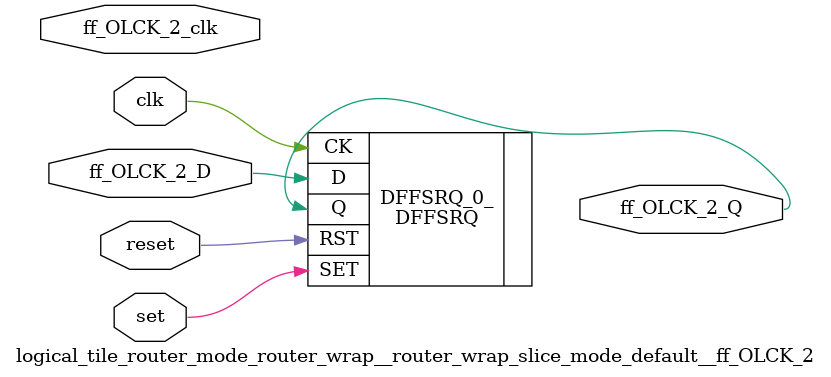
<source format=v>
`default_nettype none

module logical_tile_router_mode_router_wrap__router_wrap_slice_mode_default__ff_OLCK_2(set,
                                                                                       reset,
                                                                                       clk,
                                                                                       ff_OLCK_2_D,
                                                                                       ff_OLCK_2_Q,
                                                                                       ff_OLCK_2_clk);
//----- GLOBAL PORTS -----
input [0:0] set;
//----- GLOBAL PORTS -----
input [0:0] reset;
//----- GLOBAL PORTS -----
input [0:0] clk;
//----- INPUT PORTS -----
input [0:0] ff_OLCK_2_D;
//----- OUTPUT PORTS -----
output [0:0] ff_OLCK_2_Q;
//----- CLOCK PORTS -----
input [0:0] ff_OLCK_2_clk;

//----- BEGIN wire-connection ports -----
wire [0:0] ff_OLCK_2_D;
wire [0:0] ff_OLCK_2_Q;
wire [0:0] ff_OLCK_2_clk;
//----- END wire-connection ports -----


//----- BEGIN Registered ports -----
//----- END Registered ports -----



// ----- BEGIN Local short connections -----
// ----- END Local short connections -----
// ----- BEGIN Local output short connections -----
// ----- END Local output short connections -----

	DFFSRQ DFFSRQ_0_ (
		.SET(set),
		.RST(reset),
		.CK(clk),
		.D(ff_OLCK_2_D),
		.Q(ff_OLCK_2_Q));

endmodule
// ----- END Verilog module for logical_tile_router_mode_router_wrap__router_wrap_slice_mode_default__ff_OLCK_2 -----

//----- Default net type -----
`default_nettype wire




</source>
